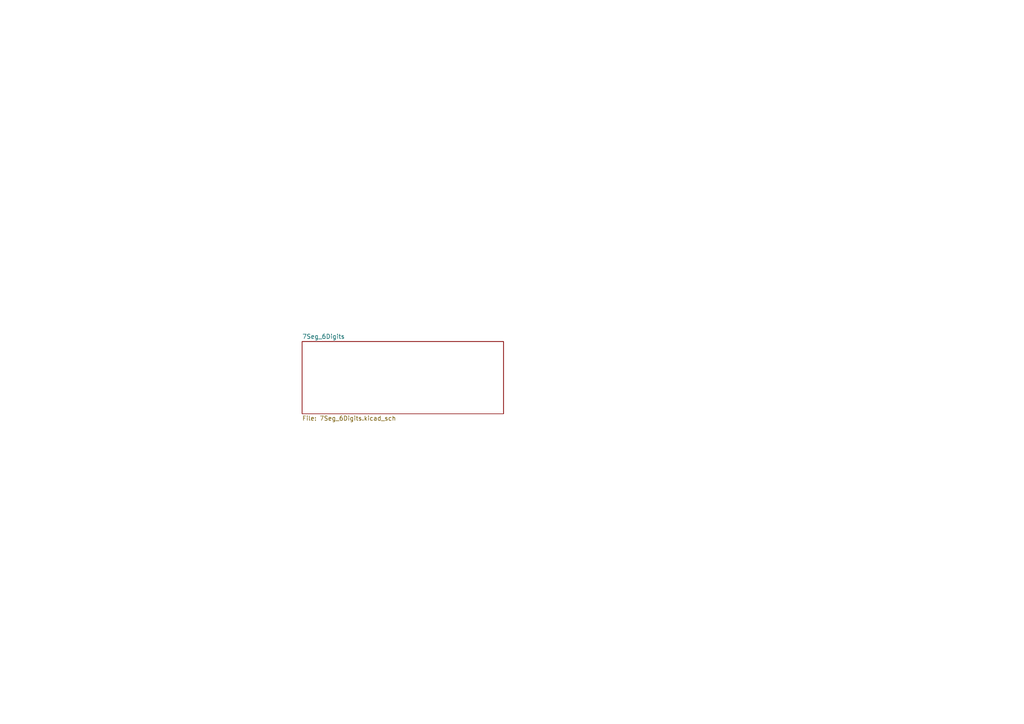
<source format=kicad_sch>
(kicad_sch
	(version 20250114)
	(generator "eeschema")
	(generator_version "9.0")
	(uuid "79d96a8f-9c80-4f83-a25e-7a8fff40baf7")
	(paper "A4")
	(lib_symbols)
	(sheet
		(at 87.63 99.06)
		(size 58.42 20.955)
		(exclude_from_sim no)
		(in_bom yes)
		(on_board yes)
		(dnp no)
		(fields_autoplaced yes)
		(stroke
			(width 0.1524)
			(type solid)
		)
		(fill
			(color 0 0 0 0.0000)
		)
		(uuid "237a212b-f9ce-4ec4-8760-74ac913d696e")
		(property "Sheetname" "7Seg_6Digits"
			(at 87.63 98.3484 0)
			(effects
				(font
					(size 1.27 1.27)
				)
				(justify left bottom)
			)
		)
		(property "Sheetfile" "7Seg_6Digits.kicad_sch"
			(at 87.63 120.5996 0)
			(effects
				(font
					(size 1.27 1.27)
				)
				(justify left top)
			)
		)
		(instances
			(project "Digital_Clock_6_Digits"
				(path "/79d96a8f-9c80-4f83-a25e-7a8fff40baf7"
					(page "2")
				)
			)
		)
	)
	(sheet_instances
		(path "/"
			(page "1")
		)
	)
	(embedded_fonts no)
)

</source>
